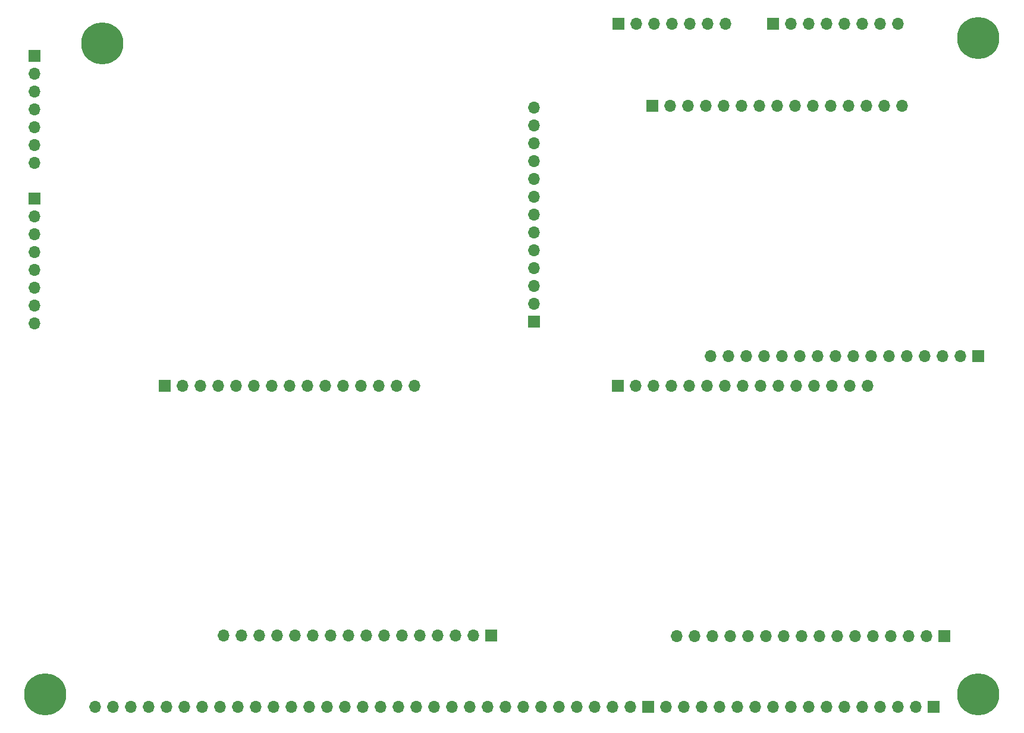
<source format=gbr>
%TF.GenerationSoftware,KiCad,Pcbnew,(6.0.0-0)*%
%TF.CreationDate,2022-08-19T02:12:03-04:00*%
%TF.ProjectId,CPU-MicrocodeEEPROM_Backplane,4350552d-4d69-4637-926f-636f64654545,rev?*%
%TF.SameCoordinates,Original*%
%TF.FileFunction,Soldermask,Top*%
%TF.FilePolarity,Negative*%
%FSLAX46Y46*%
G04 Gerber Fmt 4.6, Leading zero omitted, Abs format (unit mm)*
G04 Created by KiCad (PCBNEW (6.0.0-0)) date 2022-08-19 02:12:03*
%MOMM*%
%LPD*%
G01*
G04 APERTURE LIST*
%ADD10C,6.000000*%
%ADD11C,0.800000*%
%ADD12R,1.700000X1.700000*%
%ADD13O,1.700000X1.700000*%
G04 APERTURE END LIST*
D10*
%TO.C,REF\u002A\u002A*%
X113030000Y-30226000D03*
D11*
X115280000Y-30226000D03*
X114620990Y-31816990D03*
X113030000Y-32476000D03*
X111439010Y-31816990D03*
X110780000Y-30226000D03*
X111439010Y-28635010D03*
X113030000Y-27976000D03*
X114620990Y-28635010D03*
%TD*%
D10*
%TO.C,REF\u002A\u002A*%
X237744000Y-29464000D03*
D11*
X239994000Y-29464000D03*
X239334990Y-31054990D03*
X237744000Y-31714000D03*
X236153010Y-31054990D03*
X235494000Y-29464000D03*
X236153010Y-27873010D03*
X237744000Y-27214000D03*
X239334990Y-27873010D03*
%TD*%
D10*
%TO.C,REF\u002A\u002A*%
X104902000Y-122936000D03*
D11*
X107152000Y-122936000D03*
X106492990Y-124526990D03*
X104902000Y-125186000D03*
X103311010Y-124526990D03*
X102652000Y-122936000D03*
X103311010Y-121345010D03*
X104902000Y-120686000D03*
X106492990Y-121345010D03*
%TD*%
D10*
%TO.C,REF\u002A\u002A*%
X237744000Y-122936000D03*
D11*
X239994000Y-122936000D03*
X239334990Y-124526990D03*
X237744000Y-125186000D03*
X236153010Y-124526990D03*
X235494000Y-122936000D03*
X236153010Y-121345010D03*
X237744000Y-120686000D03*
X239334990Y-121345010D03*
%TD*%
D12*
%TO.C,J11*%
X231394000Y-124657000D03*
D13*
X228854000Y-124657000D03*
X226314000Y-124657000D03*
X223774000Y-124657000D03*
X221234000Y-124657000D03*
X218694000Y-124657000D03*
X216154000Y-124657000D03*
X213614000Y-124657000D03*
X211074000Y-124657000D03*
X208534000Y-124657000D03*
X205994000Y-124657000D03*
X203454000Y-124657000D03*
X200914000Y-124657000D03*
X198374000Y-124657000D03*
X195834000Y-124657000D03*
X193294000Y-124657000D03*
%TD*%
D12*
%TO.C,J13*%
X191292000Y-39091000D03*
D13*
X193832000Y-39091000D03*
X196372000Y-39091000D03*
X198912000Y-39091000D03*
X201452000Y-39091000D03*
X203992000Y-39091000D03*
X206532000Y-39091000D03*
X209072000Y-39091000D03*
X211612000Y-39091000D03*
X214152000Y-39091000D03*
X216692000Y-39091000D03*
X219232000Y-39091000D03*
X221772000Y-39091000D03*
X224312000Y-39091000D03*
X226852000Y-39091000D03*
%TD*%
D12*
%TO.C,J12*%
X237744000Y-74726000D03*
D13*
X235204000Y-74726000D03*
X232664000Y-74726000D03*
X230124000Y-74726000D03*
X227584000Y-74726000D03*
X225044000Y-74726000D03*
X222504000Y-74726000D03*
X219964000Y-74726000D03*
X217424000Y-74726000D03*
X214884000Y-74726000D03*
X212344000Y-74726000D03*
X209804000Y-74726000D03*
X207264000Y-74726000D03*
X204724000Y-74726000D03*
X202184000Y-74726000D03*
X199644000Y-74726000D03*
%TD*%
D12*
%TO.C,J4*%
X186454456Y-27432000D03*
D13*
X188994456Y-27432000D03*
X191534456Y-27432000D03*
X194074456Y-27432000D03*
X196614456Y-27432000D03*
X199154456Y-27432000D03*
X201694456Y-27432000D03*
%TD*%
D12*
%TO.C,J2*%
X208534000Y-27379044D03*
D13*
X211074000Y-27379044D03*
X213614000Y-27379044D03*
X216154000Y-27379044D03*
X218694000Y-27379044D03*
X221234000Y-27379044D03*
X223774000Y-27379044D03*
X226314000Y-27379044D03*
%TD*%
%TO.C,J8*%
X112014000Y-124657000D03*
X114554000Y-124657000D03*
X117094000Y-124657000D03*
X119634000Y-124657000D03*
X122174000Y-124657000D03*
X124714000Y-124657000D03*
X127254000Y-124657000D03*
X129794000Y-124657000D03*
X132334000Y-124657000D03*
X134874000Y-124657000D03*
X137414000Y-124657000D03*
X139954000Y-124657000D03*
X142494000Y-124657000D03*
X145034000Y-124657000D03*
X147574000Y-124657000D03*
X150114000Y-124657000D03*
X152654000Y-124657000D03*
X155194000Y-124657000D03*
X157734000Y-124657000D03*
X160274000Y-124657000D03*
X162814000Y-124657000D03*
X165354000Y-124657000D03*
X167894000Y-124657000D03*
X170434000Y-124657000D03*
X172974000Y-124657000D03*
X175514000Y-124657000D03*
X178054000Y-124657000D03*
X180594000Y-124657000D03*
X183134000Y-124657000D03*
X185674000Y-124657000D03*
X188214000Y-124657000D03*
D12*
X190754000Y-124657000D03*
%TD*%
%TO.C,J3*%
X174473000Y-69835242D03*
D13*
X174473000Y-67295242D03*
X174473000Y-64755242D03*
X174473000Y-62215242D03*
X174473000Y-59675242D03*
X174473000Y-57135242D03*
X174473000Y-54595242D03*
X174473000Y-52055242D03*
X174473000Y-49515242D03*
X174473000Y-46975242D03*
X174473000Y-44435242D03*
X174473000Y-41895242D03*
X174473000Y-39355242D03*
%TD*%
D12*
%TO.C,J9*%
X232890500Y-114583044D03*
D13*
X230350500Y-114583044D03*
X227810500Y-114583044D03*
X225270500Y-114583044D03*
X222730500Y-114583044D03*
X220190500Y-114583044D03*
X217650500Y-114583044D03*
X215110500Y-114583044D03*
X212570500Y-114583044D03*
X210030500Y-114583044D03*
X207490500Y-114583044D03*
X204950500Y-114583044D03*
X202410500Y-114583044D03*
X199870500Y-114583044D03*
X197330500Y-114583044D03*
X194790500Y-114583044D03*
%TD*%
D12*
%TO.C,J1*%
X103378000Y-52324242D03*
D13*
X103378000Y-54864242D03*
X103378000Y-57404242D03*
X103378000Y-59944242D03*
X103378000Y-62484242D03*
X103378000Y-65024242D03*
X103378000Y-67564242D03*
X103378000Y-70104242D03*
%TD*%
D12*
%TO.C,J6*%
X168374500Y-114558044D03*
D13*
X165834500Y-114558044D03*
X163294500Y-114558044D03*
X160754500Y-114558044D03*
X158214500Y-114558044D03*
X155674500Y-114558044D03*
X153134500Y-114558044D03*
X150594500Y-114558044D03*
X148054500Y-114558044D03*
X145514500Y-114558044D03*
X142974500Y-114558044D03*
X140434500Y-114558044D03*
X137894500Y-114558044D03*
X135354500Y-114558044D03*
X132814500Y-114558044D03*
X130274500Y-114558044D03*
%TD*%
D12*
%TO.C,J5*%
X103378000Y-32014484D03*
D13*
X103378000Y-34554484D03*
X103378000Y-37094484D03*
X103378000Y-39634484D03*
X103378000Y-42174484D03*
X103378000Y-44714484D03*
X103378000Y-47254484D03*
%TD*%
D12*
%TO.C,J7*%
X121922500Y-78973044D03*
D13*
X124462500Y-78973044D03*
X127002500Y-78973044D03*
X129542500Y-78973044D03*
X132082500Y-78973044D03*
X134622500Y-78973044D03*
X137162500Y-78973044D03*
X139702500Y-78973044D03*
X142242500Y-78973044D03*
X144782500Y-78973044D03*
X147322500Y-78973044D03*
X149862500Y-78973044D03*
X152402500Y-78973044D03*
X154942500Y-78973044D03*
X157482500Y-78973044D03*
%TD*%
D12*
%TO.C,J10*%
X186438500Y-78973044D03*
D13*
X188978500Y-78973044D03*
X191518500Y-78973044D03*
X194058500Y-78973044D03*
X196598500Y-78973044D03*
X199138500Y-78973044D03*
X201678500Y-78973044D03*
X204218500Y-78973044D03*
X206758500Y-78973044D03*
X209298500Y-78973044D03*
X211838500Y-78973044D03*
X214378500Y-78973044D03*
X216918500Y-78973044D03*
X219458500Y-78973044D03*
X221998500Y-78973044D03*
%TD*%
M02*

</source>
